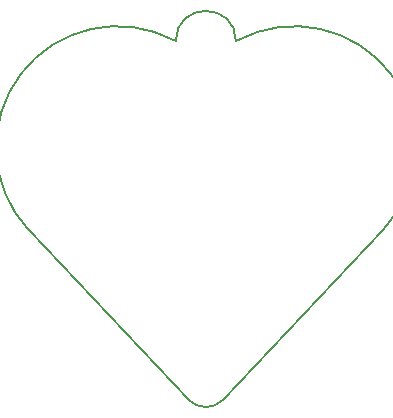
<source format=gbr>
G04 #@! TF.GenerationSoftware,KiCad,Pcbnew,(5.0.2)-1*
G04 #@! TF.CreationDate,2019-01-23T22:06:34-08:00*
G04 #@! TF.ProjectId,heart,68656172-742e-46b6-9963-61645f706362,rev?*
G04 #@! TF.SameCoordinates,Original*
G04 #@! TF.FileFunction,Profile,NP*
%FSLAX46Y46*%
G04 Gerber Fmt 4.6, Leading zero omitted, Abs format (unit mm)*
G04 Created by KiCad (PCBNEW (5.0.2)-1) date 1/23/2019 10:06:34 PM*
%MOMM*%
%LPD*%
G01*
G04 APERTURE LIST*
%ADD10C,0.150000*%
G04 APERTURE END LIST*
D10*
X2550000Y29000000D02*
X2687320Y29057600D01*
X-2687320Y29057600D02*
X-2550000Y29000000D01*
X2550000Y29000000D02*
G75*
G03X-2550000Y29000000I-2550000J0D01*
G01*
X2687588Y29060391D02*
G75*
G02X15000000Y13000000I4812412J-9060391D01*
G01*
X-2687588Y29060391D02*
G75*
G03X-15000000Y13000000I-4812412J-9060391D01*
G01*
X-15000000Y13000000D02*
X-1414200Y-1414200D01*
X15000000Y13000000D02*
X1414200Y-1414200D01*
X-1414214Y-1414214D02*
G75*
G03X0Y-2000000I1414214J1414214D01*
G01*
X1414214Y-1414214D02*
G75*
G02X0Y-2000000I-1414214J1414214D01*
G01*
M02*

</source>
